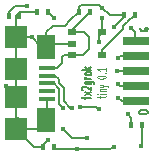
<source format=gtl>
%TF.GenerationSoftware,KiCad,Pcbnew,4.0.6+dfsg1-1*%
%TF.CreationDate,2017-09-08T03:35:07+02:00*%
%TF.ProjectId,fx2grok-tiny,66783267726F6B2D74696E792E6B6963,rev?*%
%TF.FileFunction,Copper,L1,Top,Signal*%
%FSLAX46Y46*%
G04 Gerber Fmt 4.6, Leading zero omitted, Abs format (unit mm)*
G04 Created by KiCad (PCBNEW 4.0.6+dfsg1-1) date Fri Sep  8 03:35:07 2017*
%MOMM*%
%LPD*%
G01*
G04 APERTURE LIST*
%ADD10C,0.150000*%
%ADD11C,0.127000*%
%ADD12C,0.114300*%
%ADD13R,0.398780X0.599440*%
%ADD14R,0.762000X0.508000*%
%ADD15R,1.348740X0.398780*%
%ADD16R,1.600200X2.100580*%
%ADD17R,1.899920X1.899920*%
%ADD18R,2.200300X0.759460*%
%ADD19C,0.449580*%
G04 APERTURE END LIST*
D10*
D11*
X79702660Y-40075152D02*
X79672422Y-40123533D01*
X79672422Y-40196105D01*
X79702660Y-40268676D01*
X79763136Y-40317057D01*
X79823612Y-40341248D01*
X79944565Y-40365438D01*
X80035279Y-40365438D01*
X80156231Y-40341248D01*
X80216708Y-40317057D01*
X80277184Y-40268676D01*
X80307422Y-40196105D01*
X80307422Y-40147724D01*
X80277184Y-40075152D01*
X80246946Y-40050962D01*
X80035279Y-40050962D01*
X80035279Y-40147724D01*
X79530170Y-47222914D02*
X79530170Y-47163486D01*
X79568360Y-47104057D01*
X79606550Y-47074343D01*
X79682931Y-47044629D01*
X79835693Y-47014914D01*
X80026646Y-47014914D01*
X80179408Y-47044629D01*
X80255789Y-47074343D01*
X80293979Y-47104057D01*
X80332170Y-47163486D01*
X80332170Y-47222914D01*
X80293979Y-47282343D01*
X80255789Y-47312057D01*
X80179408Y-47341772D01*
X80026646Y-47371486D01*
X79835693Y-47371486D01*
X79682931Y-47341772D01*
X79606550Y-47312057D01*
X79568360Y-47282343D01*
X79530170Y-47222914D01*
D12*
X76260960Y-45994320D02*
X76260960Y-45820149D01*
X76023893Y-45929006D02*
X76633493Y-45929006D01*
X76701227Y-45907234D01*
X76735093Y-45863692D01*
X76735093Y-45820149D01*
X76735093Y-45667749D02*
X76260960Y-45667749D01*
X76023893Y-45667749D02*
X76057760Y-45689520D01*
X76091627Y-45667749D01*
X76057760Y-45645977D01*
X76023893Y-45667749D01*
X76091627Y-45667749D01*
X76260960Y-45450035D02*
X76735093Y-45450035D01*
X76328693Y-45450035D02*
X76294827Y-45428263D01*
X76260960Y-45384721D01*
X76260960Y-45319406D01*
X76294827Y-45275863D01*
X76362560Y-45254092D01*
X76735093Y-45254092D01*
X76260960Y-45079921D02*
X76735093Y-44971064D01*
X76260960Y-44862206D02*
X76735093Y-44971064D01*
X76904427Y-45014606D01*
X76938293Y-45036378D01*
X76972160Y-45079921D01*
X76023893Y-44252606D02*
X76023893Y-44209063D01*
X76057760Y-44165520D01*
X76091627Y-44143749D01*
X76159360Y-44121978D01*
X76294827Y-44100206D01*
X76464160Y-44100206D01*
X76599627Y-44121978D01*
X76667360Y-44143749D01*
X76701227Y-44165520D01*
X76735093Y-44209063D01*
X76735093Y-44252606D01*
X76701227Y-44296149D01*
X76667360Y-44317920D01*
X76599627Y-44339692D01*
X76464160Y-44361463D01*
X76294827Y-44361463D01*
X76159360Y-44339692D01*
X76091627Y-44317920D01*
X76057760Y-44296149D01*
X76023893Y-44252606D01*
X76667360Y-43904263D02*
X76701227Y-43882491D01*
X76735093Y-43904263D01*
X76701227Y-43926034D01*
X76667360Y-43904263D01*
X76735093Y-43904263D01*
X76735093Y-43447063D02*
X76735093Y-43708320D01*
X76735093Y-43577692D02*
X76023893Y-43577692D01*
X76125493Y-43621235D01*
X76193227Y-43664777D01*
X76227093Y-43708320D01*
D11*
X74994951Y-46093622D02*
X74994951Y-45900098D01*
X75519885Y-46021051D02*
X74844970Y-46021051D01*
X74769980Y-45996860D01*
X74732485Y-45948479D01*
X74732485Y-45900098D01*
X75519885Y-45779146D02*
X74994951Y-45513050D01*
X74994951Y-45779146D02*
X75519885Y-45513050D01*
X74807475Y-45343717D02*
X74769980Y-45319527D01*
X74732485Y-45271146D01*
X74732485Y-45150193D01*
X74769980Y-45101812D01*
X74807475Y-45077622D01*
X74882466Y-45053431D01*
X74957456Y-45053431D01*
X75069942Y-45077622D01*
X75519885Y-45367908D01*
X75519885Y-45053431D01*
X74994951Y-44618002D02*
X75632370Y-44618002D01*
X75707361Y-44642193D01*
X75744856Y-44666383D01*
X75782351Y-44714764D01*
X75782351Y-44787336D01*
X75744856Y-44835717D01*
X75482390Y-44618002D02*
X75519885Y-44666383D01*
X75519885Y-44763145D01*
X75482390Y-44811526D01*
X75444894Y-44835717D01*
X75369904Y-44859907D01*
X75144932Y-44859907D01*
X75069942Y-44835717D01*
X75032447Y-44811526D01*
X74994951Y-44763145D01*
X74994951Y-44666383D01*
X75032447Y-44618002D01*
X75519885Y-44376098D02*
X74994951Y-44376098D01*
X75144932Y-44376098D02*
X75069942Y-44351907D01*
X75032447Y-44327717D01*
X74994951Y-44279336D01*
X74994951Y-44230955D01*
X75519885Y-43989050D02*
X75482390Y-44037431D01*
X75444894Y-44061622D01*
X75369904Y-44085812D01*
X75144932Y-44085812D01*
X75069942Y-44061622D01*
X75032447Y-44037431D01*
X74994951Y-43989050D01*
X74994951Y-43916479D01*
X75032447Y-43868098D01*
X75069942Y-43843907D01*
X75144932Y-43819717D01*
X75369904Y-43819717D01*
X75444894Y-43843907D01*
X75482390Y-43868098D01*
X75519885Y-43916479D01*
X75519885Y-43989050D01*
X75519885Y-43602003D02*
X74732485Y-43602003D01*
X75219923Y-43553622D02*
X75519885Y-43408479D01*
X74994951Y-43408479D02*
X75294913Y-43602003D01*
D13*
X75379580Y-38735000D03*
X74480420Y-38735000D03*
X71823580Y-38735000D03*
X70924420Y-38735000D03*
D14*
X73880980Y-40446960D03*
X73880980Y-42351960D03*
X76420980Y-40446960D03*
X73880980Y-41399460D03*
X76420980Y-42351960D03*
D13*
X79189580Y-38989000D03*
X78290420Y-38989000D03*
X68521580Y-39065200D03*
X69420740Y-39065200D03*
X78925420Y-48260000D03*
X79824580Y-48260000D03*
X72331580Y-50165000D03*
X71432420Y-50165000D03*
D15*
X71800720Y-43449240D03*
X71800720Y-44099480D03*
X71800720Y-44749720D03*
X71800720Y-45399960D03*
X71800720Y-46050200D03*
D16*
X71701660Y-41650920D03*
X71701660Y-47851060D03*
D17*
X69151500Y-48648620D03*
X69151500Y-45948600D03*
X69151500Y-43550840D03*
X69151500Y-40850820D03*
D18*
X79281020Y-46248320D03*
X79281020Y-44973240D03*
X79281020Y-43698160D03*
X79281020Y-42423080D03*
X79281020Y-41148000D03*
D19*
X73850500Y-46824900D03*
X73149460Y-46875700D03*
X77800200Y-45974000D03*
X77800200Y-44856400D03*
X77724000Y-43688000D03*
X77800200Y-42646600D03*
X78613000Y-47371000D03*
X74549000Y-46736000D03*
X76174600Y-46939200D03*
X68707000Y-49149000D03*
X77470000Y-40005000D03*
X76454000Y-38354000D03*
X69215000Y-47752000D03*
X78867000Y-40068500D03*
X68326000Y-44958000D03*
X71882000Y-49530000D03*
X70500240Y-40876220D03*
X70104000Y-38227000D03*
X76454000Y-39243000D03*
X79756000Y-50038000D03*
X77406500Y-50165000D03*
X76174600Y-41224200D03*
X75184000Y-49403000D03*
X73152000Y-48641000D03*
X74295000Y-50292000D03*
X72390000Y-39243000D03*
D11*
X73880980Y-40446960D02*
X73880980Y-40233600D01*
X73880980Y-40233600D02*
X75379580Y-38735000D01*
X71800720Y-43449240D02*
X72374760Y-43449240D01*
X72374760Y-43449240D02*
X72390000Y-43434000D01*
X72390000Y-43434000D02*
X72644000Y-43434000D01*
X72644000Y-43434000D02*
X73025000Y-43053000D01*
X73025000Y-43053000D02*
X73025000Y-42545000D01*
X73025000Y-42545000D02*
X73218040Y-42351960D01*
X73218040Y-42351960D02*
X73880980Y-42351960D01*
X75311000Y-38803580D02*
X75379580Y-38735000D01*
X73880980Y-40446960D02*
X74896980Y-40446960D01*
X75300840Y-40850820D02*
X75300840Y-41849040D01*
X74896980Y-40446960D02*
X75300840Y-40850820D01*
X75300840Y-41849040D02*
X74797920Y-42351960D01*
X74797920Y-42351960D02*
X73880980Y-42351960D01*
X73753980Y-46824900D02*
X73850500Y-46824900D01*
X73177400Y-45151040D02*
X73177400Y-46248320D01*
X72750680Y-44724320D02*
X73177400Y-45151040D01*
X72750680Y-44427140D02*
X72750680Y-44724320D01*
X73177400Y-46248320D02*
X73753980Y-46824900D01*
X72423020Y-44099480D02*
X72750680Y-44427140D01*
X71800720Y-44099480D02*
X72423020Y-44099480D01*
X72824340Y-45222160D02*
X72824340Y-46550580D01*
X71800720Y-44749720D02*
X72349360Y-44749720D01*
X72727820Y-45125640D02*
X72824340Y-45222160D01*
X72725280Y-45125640D02*
X72727820Y-45125640D01*
X72349360Y-44749720D02*
X72725280Y-45125640D01*
X72824340Y-46550580D02*
X73149460Y-46875700D01*
X78105000Y-46278800D02*
X79458820Y-46278800D01*
X77800200Y-45974000D02*
X78105000Y-46278800D01*
X77800200Y-44856400D02*
X77947520Y-45003720D01*
X79458820Y-45003720D02*
X77947520Y-45003720D01*
X77734160Y-43698160D02*
X79281020Y-43698160D01*
X77724000Y-43688000D02*
X77734160Y-43698160D01*
X77993240Y-42453560D02*
X79458820Y-42453560D01*
X77800200Y-42646600D02*
X77993240Y-42453560D01*
X78613000Y-47371000D02*
X78925420Y-47683420D01*
X78925420Y-48260000D02*
X78925420Y-47683420D01*
X78925420Y-48260000D02*
X78925420Y-48064420D01*
X69151500Y-43550840D02*
X69151500Y-40850820D01*
X75946000Y-46736000D02*
X74549000Y-46736000D01*
X76174600Y-46939200D02*
X75946000Y-46736000D01*
X69151500Y-48704500D02*
X68707000Y-49149000D01*
X70924420Y-38735000D02*
X69410580Y-38735000D01*
X69410580Y-38735000D02*
X69283580Y-38862000D01*
X74480420Y-38735000D02*
X74480420Y-38295580D01*
X76200000Y-38100000D02*
X76454000Y-38354000D01*
X74676000Y-38100000D02*
X76200000Y-38100000D01*
X74480420Y-38295580D02*
X74676000Y-38100000D01*
X71701660Y-41650920D02*
X71701660Y-40439340D01*
X73718420Y-39438580D02*
X74480420Y-38735000D01*
X73279000Y-39878000D02*
X73718420Y-39438580D01*
X72263000Y-39878000D02*
X73279000Y-39878000D01*
X71701660Y-40439340D02*
X72263000Y-39878000D01*
X77470000Y-40005000D02*
X78290420Y-39184580D01*
X78290420Y-39184580D02*
X78290420Y-38989000D01*
X74480420Y-38735000D02*
X74480420Y-38549580D01*
X77089000Y-38989000D02*
X78290420Y-38989000D01*
X76454000Y-38354000D02*
X77089000Y-38989000D01*
X71701660Y-41650920D02*
X71701660Y-40624760D01*
X69283580Y-38862000D02*
X69151500Y-38994080D01*
X69151500Y-38994080D02*
X69151500Y-40850820D01*
X74480420Y-38735000D02*
X74480420Y-38676580D01*
X78290420Y-38989000D02*
X78290420Y-38920420D01*
X69215000Y-47752000D02*
X69151500Y-47815500D01*
X78867000Y-40068500D02*
X79184500Y-40386000D01*
X79184500Y-40386000D02*
X79184500Y-40904160D01*
X79184500Y-40904160D02*
X79458820Y-41178480D01*
X68326000Y-44958000D02*
X69151500Y-45783500D01*
X69151500Y-45783500D02*
X69151500Y-45948600D01*
X69151500Y-48648620D02*
X69151500Y-45948600D01*
X69151500Y-47815500D02*
X69151500Y-48648620D01*
X69151500Y-45948600D02*
X69151500Y-43550840D01*
X70500240Y-40876220D02*
X69176900Y-40876220D01*
X69176900Y-40876220D02*
X69151500Y-40850820D01*
X69151500Y-43751500D02*
X69151500Y-43550840D01*
X69151500Y-48648620D02*
X70904100Y-48648620D01*
X70904100Y-48648620D02*
X71701660Y-47851060D01*
X69151500Y-48704500D02*
X69151500Y-48648620D01*
X71432420Y-50165000D02*
X70667880Y-50165000D01*
X70667880Y-50165000D02*
X69151500Y-48648620D01*
X71432420Y-50165000D02*
X71432420Y-49979580D01*
X71432420Y-49979580D02*
X71882000Y-49530000D01*
X70904100Y-48648620D02*
X71701660Y-47851060D01*
X71800720Y-47851060D02*
X71701660Y-47851060D01*
X71800720Y-47752000D02*
X71701660Y-47851060D01*
X71800720Y-46050200D02*
X71800720Y-47752000D01*
X71953120Y-41399460D02*
X71701660Y-41650920D01*
X73880980Y-41399460D02*
X71953120Y-41399460D01*
X72453500Y-40899080D02*
X71701660Y-41650920D01*
X71274940Y-41650920D02*
X71701660Y-41650920D01*
X70500240Y-40876220D02*
X71274940Y-41650920D01*
X69951600Y-41650920D02*
X69151500Y-40850820D01*
X68521580Y-39065200D02*
X68521580Y-38752780D01*
X69047360Y-38227000D02*
X70104000Y-38227000D01*
X68521580Y-38752780D02*
X69047360Y-38227000D01*
X76420980Y-40446960D02*
X76420980Y-39276020D01*
X76420980Y-39276020D02*
X76454000Y-39243000D01*
X79824580Y-48260000D02*
X79824580Y-49969420D01*
X79824580Y-49969420D02*
X79756000Y-50038000D01*
X77089000Y-50292000D02*
X74295000Y-50292000D01*
X77406500Y-50165000D02*
X77089000Y-50292000D01*
X76174600Y-40767000D02*
X76420980Y-40520620D01*
X76174600Y-41224200D02*
X76174600Y-40767000D01*
X76420980Y-40520620D02*
X76420980Y-40446960D01*
X73914000Y-49403000D02*
X75184000Y-49403000D01*
X73152000Y-48641000D02*
X73914000Y-49403000D01*
X74295000Y-50292000D02*
X72458580Y-50292000D01*
X72458580Y-50292000D02*
X72331580Y-50165000D01*
X76420980Y-40446960D02*
X76420980Y-40319960D01*
X76420980Y-42351960D02*
X76420980Y-41943020D01*
X78554580Y-39555420D02*
X79189580Y-38989000D01*
X78232000Y-39878000D02*
X78554580Y-39555420D01*
X78232000Y-40132000D02*
X78232000Y-39878000D01*
X76420980Y-41943020D02*
X78232000Y-40132000D01*
X72390000Y-39243000D02*
X71882000Y-38735000D01*
M02*

</source>
